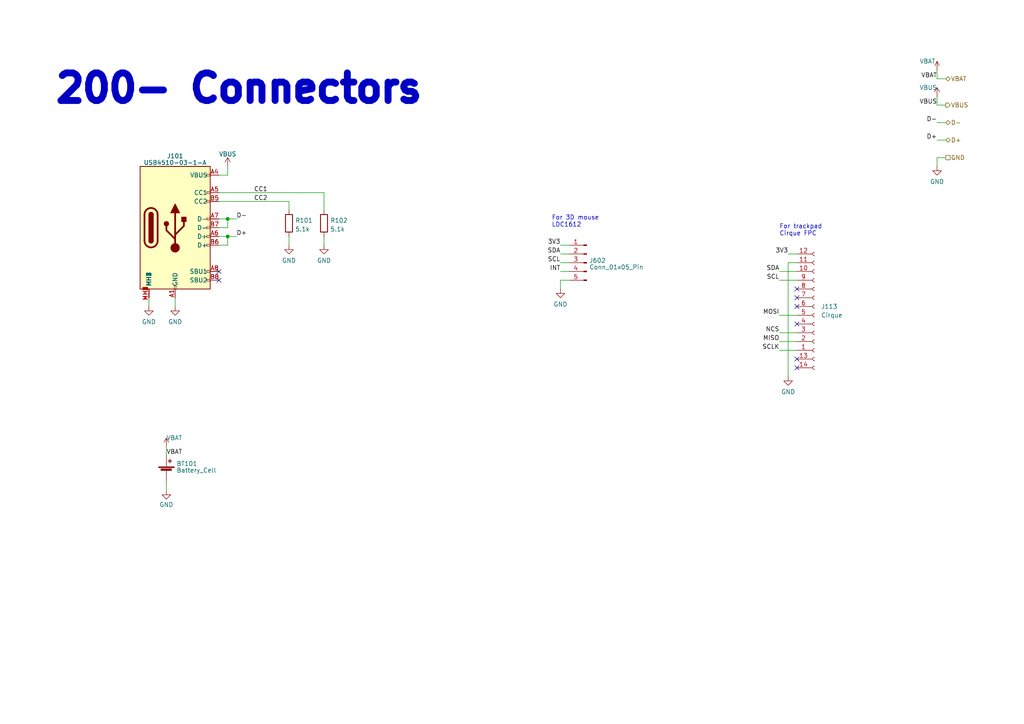
<source format=kicad_sch>
(kicad_sch (version 20230121) (generator eeschema)
  (paper "A4")
  (title_block (title "PMK_Keyboard") (date "2023-02-06") (rev "HW00") (company "PumaCorp") (comment 1 "Design by: NdG"))
  (lib_symbols
    (symbol "Component lib:R" (pin_numbers hide) (pin_names (offset 0))
      (property "Reference" "R" (at 2.032 -3.81 90))
      (property "Value" "R" (at 0 -3.81 90))
      (symbol "R_0_1"
        (rectangle (start -1.016 -6.35) (end 1.016 -1.27) (stroke (width 0.254)))
      )
      (symbol "R_1_1"
        (pin passive line (at 0 0 270) (length 1.27) (name "~") (number "1"))
        (pin passive line (at 0 -7.62 90) (length 1.27) (name "~") (number "2"))
      )
    )
    (symbol "Component_lib:USB4510-03-1-A" (pin_names (offset 0.762))
      (property "Reference" "J" (at 0 5.08 0))
      (property "Value" "USB4510-03-1-A" (at 0 2.54 0))
      (symbol "USB4510-03-1-A_0_0"
        (rectangle (start 9.906 -35.56) (end 10.414 -34.544))
        (rectangle (start 20.32 -32.766) (end 19.304 -33.274))
        (rectangle (start 20.32 -30.226) (end 19.304 -30.734))
        (rectangle (start 20.32 -22.606) (end 19.304 -23.114))
        (rectangle (start 20.32 -20.066) (end 19.304 -20.574))
        (rectangle (start 20.32 -17.526) (end 19.304 -18.034))
        (rectangle (start 20.32 -14.986) (end 19.304 -15.494))
        (rectangle (start 20.32 -9.906) (end 19.304 -10.414))
        (rectangle (start 20.32 -7.366) (end 19.304 -7.874))
        (rectangle (start 20.32 -2.286) (end 19.304 -2.794))
        (pin passive line (at 2.54 -38.1 90) (length 2.54) (name "MH1") (number "MH1"))
        (pin passive line (at 2.54 -38.1 90) (length 2.54) (name "MH2") (number "MH2"))
        (pin passive line (at 2.54 -38.1 90) (length 2.54) (name "MH3") (number "MH3"))
        (pin passive line (at 2.54 -38.1 90) (length 2.54) (name "MH4") (number "MH4"))
      )
      (symbol "USB4510-03-1-A_0_1"
        (polyline (pts (xy 1.27 -21.59) (xy 1.27 -13.97)) (stroke (width 0.508)))
        (polyline (pts (xy 5.08 -13.97) (xy 5.08 -21.59)) (stroke (width 0.508)))
        (polyline (pts (xy 10.16 -23.622) (xy 10.16 -13.462)) (stroke (width 0.508)))
        (polyline (pts (xy 10.16 -21.082) (xy 7.62 -18.542) (xy 7.62 -17.272)) (stroke (width 0.508)))
        (polyline (pts (xy 10.16 -19.812) (xy 12.7 -17.272) (xy 12.7 -16.002)) (stroke (width 0.508)))
        (polyline (pts (xy 8.89 -13.462) (xy 10.16 -10.922) (xy 11.43 -13.462) (xy 8.89 -13.462)) (stroke (width 0.254)) (fill (type outline)))
        (rectangle (start 0 0) (end 20.32 -35.56) (stroke (width 0.254)) (fill (type background)))
        (arc (start 1.27 -21.59) (mid 3.175 -23.4867) (end 5.08 -21.59) (stroke (width 0.508)))
        (arc (start 2.54 -21.59) (mid 3.175 -22.2223) (end 3.81 -21.59) (stroke (width 0.254)))
        (arc (start 2.54 -21.59) (mid 3.175 -22.2223) (end 3.81 -21.59) (stroke (width 0.254)) (fill (type outline)))
        (rectangle (start 2.54 -21.59) (end 3.81 -13.97) (stroke (width 0.254)) (fill (type outline)))
        (arc (start 3.81 -13.97) (mid 3.175 -13.3377) (end 2.54 -13.97) (stroke (width 0.254)))
        (arc (start 3.81 -13.97) (mid 3.175 -13.3377) (end 2.54 -13.97) (stroke (width 0.254)) (fill (type outline)))
        (arc (start 5.08 -13.97) (mid 3.175 -12.0733) (end 1.27 -13.97) (stroke (width 0.508)))
        (circle (center 7.62 -16.637) (radius 0.635) (stroke (width 0.254)) (fill (type outline)))
        (circle (center 10.16 -23.622) (radius 1.27) (fill (type outline)))
        (rectangle (start 12.065 -16.002) (end 13.335 -14.732) (stroke (width 0.254)) (fill (type outline)))
      )
      (symbol "USB4510-03-1-A_1_1"
        (pin passive line (at 10.16 -38.1 90) (length 2.54) (name "GND") (number "A1"))
        (pin passive line (at 10.16 -38.1 90) (length 2.54) hide (name "GND") (number "A12"))
        (pin passive line (at 22.86 -2.54 180) (length 2.54) (name "VBUS") (number "A4"))
        (pin bidirectional line (at 22.86 -7.62 180) (length 2.54) (name "CC1") (number "A5"))
        (pin bidirectional line (at 22.86 -20.32 180) (length 2.54) (name "D+") (number "A6"))
        (pin bidirectional line (at 22.86 -15.24 180) (length 2.54) (name "D-") (number "A7"))
        (pin bidirectional line (at 22.86 -30.48 180) (length 2.54) (name "SBU1") (number "A8"))
        (pin passive line (at 22.86 -2.54 180) (length 2.54) hide (name "VBUS") (number "A9"))
        (pin passive line (at 10.16 -38.1 90) (length 2.54) hide (name "GND") (number "B1"))
        (pin passive line (at 10.16 -38.1 90) (length 2.54) hide (name "GND") (number "B12"))
        (pin passive line (at 22.86 -2.54 180) (length 2.54) hide (name "VBUS") (number "B4"))
        (pin bidirectional line (at 22.86 -10.16 180) (length 2.54) (name "CC2") (number "B5"))
        (pin bidirectional line (at 22.86 -22.86 180) (length 2.54) (name "D+") (number "B6"))
        (pin bidirectional line (at 22.86 -17.78 180) (length 2.54) (name "D-") (number "B7"))
        (pin bidirectional line (at 22.86 -33.02 180) (length 2.54) (name "SBU2") (number "B8"))
        (pin passive line (at 22.86 -2.54 180) (length 2.54) hide (name "VBUS") (number "B9"))
      )
    )
    (symbol "Component_lib:VBAT" (power) (pin_numbers hide) (in_bom no) (on_board no)
      (property "Value" "VBAT" (at 0 3.81 0))
      (symbol "VBAT_0_0"
        (pin passive line (at 0 0 90) (length 2.54) hide (name "") (number ""))
      )
      (symbol "VBAT_0_1"
        (polyline (pts (xy 0 0) (xy 0 2.54) (xy 0.635 1.27) (xy 0 2.54) (xy -0.635 1.27)) (stroke (width 0.1524)))
      )
    )
    (symbol "Connector:Conn_01x05_Pin" (pin_names (offset 1.016) hide)
      (property "Reference" "J" (at 0 7.62 0))
      (property "Value" "Conn_01x05_Pin" (at 0 -7.62 0))
      (symbol "Conn_01x05_Pin_1_1"
        (polyline (pts (xy 1.27 -5.08) (xy 0.8636 -5.08)) (stroke (width 0.1524)))
        (polyline (pts (xy 1.27 -2.54) (xy 0.8636 -2.54)) (stroke (width 0.1524)))
        (polyline (pts (xy 1.27 0) (xy 0.8636 0)) (stroke (width 0.1524)))
        (polyline (pts (xy 1.27 2.54) (xy 0.8636 2.54)) (stroke (width 0.1524)))
        (polyline (pts (xy 1.27 5.08) (xy 0.8636 5.08)) (stroke (width 0.1524)))
        (rectangle (start 0.8636 -4.953) (end 0 -5.207) (stroke (width 0.1524)) (fill (type outline)))
        (rectangle (start 0.8636 -2.413) (end 0 -2.667) (stroke (width 0.1524)) (fill (type outline)))
        (rectangle (start 0.8636 0.127) (end 0 -0.127) (stroke (width 0.1524)) (fill (type outline)))
        (rectangle (start 0.8636 2.667) (end 0 2.413) (stroke (width 0.1524)) (fill (type outline)))
        (rectangle (start 0.8636 5.207) (end 0 4.953) (stroke (width 0.1524)) (fill (type outline)))
        (pin passive line (at 5.08 5.08 180) (length 3.81) (name "Pin_1") (number "1"))
        (pin passive line (at 5.08 2.54 180) (length 3.81) (name "Pin_2") (number "2"))
        (pin passive line (at 5.08 0 180) (length 3.81) (name "Pin_3") (number "3"))
        (pin passive line (at 5.08 -2.54 180) (length 3.81) (name "Pin_4") (number "4"))
        (pin passive line (at 5.08 -5.08 180) (length 3.81) (name "Pin_5") (number "5"))
      )
    )
    (symbol "Connector:Conn_01x14_Female" (pin_names (offset 1.016) hide)
      (property "Reference" "J113" (at 1.905 0.0001 0))
      (property "Value" "Cirque" (at 1.905 -2.5399 0))
      (symbol "Conn_01x14_Female_1_1"
        (arc (start 0 -17.272) (mid -0.5058 -17.78) (end 0 -18.288) (stroke (width 0.1524)))
        (arc (start 0 -14.732) (mid -0.5058 -15.24) (end 0 -15.748) (stroke (width 0.1524)))
        (arc (start 0 -12.192) (mid -0.5058 -12.7) (end 0 -13.208) (stroke (width 0.1524)))
        (arc (start 0 -9.652) (mid -0.5058 -10.16) (end 0 -10.668) (stroke (width 0.1524)))
        (arc (start 0 -7.112) (mid -0.5058 -7.62) (end 0 -8.128) (stroke (width 0.1524)))
        (arc (start 0 -4.572) (mid -0.5058 -5.08) (end 0 -5.588) (stroke (width 0.1524)))
        (arc (start 0 -2.032) (mid -0.5058 -2.54) (end 0 -3.048) (stroke (width 0.1524)))
        (polyline (pts (xy -1.27 -17.78) (xy -0.508 -17.78)) (stroke (width 0.1524)))
        (polyline (pts (xy -1.27 -15.24) (xy -0.508 -15.24)) (stroke (width 0.1524)))
        (polyline (pts (xy -1.27 -12.7) (xy -0.508 -12.7)) (stroke (width 0.1524)))
        (polyline (pts (xy -1.27 -10.16) (xy -0.508 -10.16)) (stroke (width 0.1524)))
        (polyline (pts (xy -1.27 -7.62) (xy -0.508 -7.62)) (stroke (width 0.1524)))
        (polyline (pts (xy -1.27 -5.08) (xy -0.508 -5.08)) (stroke (width 0.1524)))
        (polyline (pts (xy -1.27 -2.54) (xy -0.508 -2.54)) (stroke (width 0.1524)))
        (polyline (pts (xy -1.27 0) (xy -0.508 0)) (stroke (width 0.1524)))
        (polyline (pts (xy -1.27 2.54) (xy -0.508 2.54)) (stroke (width 0.1524)))
        (polyline (pts (xy -1.27 5.08) (xy -0.508 5.08)) (stroke (width 0.1524)))
        (polyline (pts (xy -1.27 7.62) (xy -0.508 7.62)) (stroke (width 0.1524)))
        (polyline (pts (xy -1.27 10.16) (xy -0.508 10.16)) (stroke (width 0.1524)))
        (polyline (pts (xy -1.27 12.7) (xy -0.508 12.7)) (stroke (width 0.1524)))
        (polyline (pts (xy -1.27 15.24) (xy -0.508 15.24)) (stroke (width 0.1524)))
        (arc (start 0 0.508) (mid -0.5058 0) (end 0 -0.508) (stroke (width 0.1524)))
        (arc (start 0 3.048) (mid -0.5058 2.54) (end 0 2.032) (stroke (width 0.1524)))
        (arc (start 0 5.588) (mid -0.5058 5.08) (end 0 4.572) (stroke (width 0.1524)))
        (arc (start 0 8.128) (mid -0.5058 7.62) (end 0 7.112) (stroke (width 0.1524)))
        (arc (start 0 10.668) (mid -0.5058 10.16) (end 0 9.652) (stroke (width 0.1524)))
        (arc (start 0 13.208) (mid -0.5058 12.7) (end 0 12.192) (stroke (width 0.1524)))
        (arc (start 0 15.748) (mid -0.5058 15.24) (end 0 14.732) (stroke (width 0.1524)))
        (pin passive line (at -5.08 -12.7 0) (length 3.81) (name "Pin_1") (number "1"))
        (pin passive line (at -5.08 10.16 0) (length 3.81) (name "Pin_10") (number "10"))
        (pin passive line (at -5.08 12.7 0) (length 3.81) (name "Pin_11") (number "11"))
        (pin passive line (at -5.08 15.24 0) (length 3.81) (name "Pin_12") (number "12"))
        (pin passive line (at -5.08 -15.24 0) (length 3.81) (name "Pin_13") (number "13"))
        (pin passive line (at -5.08 -17.78 0) (length 3.81) (name "Pin_14") (number "14"))
        (pin passive line (at -5.08 -10.16 0) (length 3.81) (name "Pin_2") (number "2"))
        (pin passive line (at -5.08 -7.62 0) (length 3.81) (name "Pin_3") (number "3"))
        (pin passive line (at -5.08 -5.08 0) (length 3.81) (name "Pin_4") (number "4"))
        (pin passive line (at -5.08 -2.54 0) (length 3.81) (name "Pin_5") (number "5"))
        (pin passive line (at -5.08 0 0) (length 3.81) (name "Pin_6") (number "6"))
        (pin passive line (at -5.08 2.54 0) (length 3.81) (name "Pin_7") (number "7"))
        (pin passive line (at -5.08 5.08 0) (length 3.81) (name "Pin_8") (number "8"))
        (pin passive line (at -5.08 7.62 0) (length 3.81) (name "Pin_9") (number "9"))
      )
    )
    (symbol "Device:Battery_Cell" (pin_numbers hide) (pin_names (offset 0) hide)
      (property "Reference" "BT" (at 2.54 2.54 0))
      (property "Value" "Battery_Cell" (at 2.54 0 0))
      (symbol "Battery_Cell_0_1"
        (rectangle (start -2.286 1.778) (end 2.286 1.524) (fill (type outline)))
        (rectangle (start -1.5748 1.1938) (end 1.4732 0.6858) (fill (type outline)))
        (polyline (pts (xy 0 0.762) (xy 0 0)))
        (polyline (pts (xy 0 1.778) (xy 0 2.54)))
        (polyline (pts (xy 0.508 3.429) (xy 1.524 3.429)) (stroke (width 0.254)))
        (polyline (pts (xy 1.016 3.937) (xy 1.016 2.921)) (stroke (width 0.254)))
      )
      (symbol "Battery_Cell_1_1"
        (pin passive line (at 0 5.08 270) (length 2.54) (name "+") (number "1"))
        (pin passive line (at 0 -2.54 90) (length 2.54) (name "-") (number "2"))
      )
    )
    (symbol "GND_1" (power) (pin_names (offset 0))
      (property "Value" "GND_1" (at 0 -3.81 0))
      (symbol "GND_1_0_1"
        (polyline (pts (xy 0 0) (xy 0 -1.27) (xy 1.27 -1.27) (xy 0 -2.54) (xy -1.27 -1.27) (xy 0 -1.27)))
      )
      (symbol "GND_1_1_1"
        (pin power_in line (at 0 0 270) (length 0) hide (name "GND") (number "1"))
      )
    )
    (symbol "power:GND" (power) (pin_names (offset 0))
      (property "Value" "GND" (at 0 -3.81 0))
      (symbol "GND_0_1"
        (polyline (pts (xy 0 0) (xy 0 -1.27) (xy 1.27 -1.27) (xy 0 -2.54) (xy -1.27 -1.27) (xy 0 -1.27)))
      )
      (symbol "GND_1_1"
        (pin power_in line (at 0 0 270) (length 0) hide (name "GND") (number "1"))
      )
    )
    (symbol "power:VBUS" (power) (pin_names (offset 0))
      (property "Value" "VBUS" (at 0 3.81 0))
      (symbol "VBUS_0_1"
        (polyline (pts (xy -0.762 1.27) (xy 0 2.54)))
        (polyline (pts (xy 0 0) (xy 0 2.54)))
        (polyline (pts (xy 0 2.54) (xy 0.762 1.27)))
      )
      (symbol "VBUS_1_1"
        (pin power_in line (at 0 0 90) (length 0) hide (name "VBUS") (number "1"))
      )
    )
  )
  (junction (at 66.04 68.58))
  (junction (at 66.04 63.5))
  (no_connect (at 231.14 86.36))
  (no_connect (at 63.5 81.28))
  (no_connect (at 63.5 78.74))
  (no_connect (at 231.14 106.68))
  (no_connect (at 231.14 83.82))
  (no_connect (at 231.14 88.9))
  (no_connect (at 231.14 93.98))
  (no_connect (at 231.14 104.14))
  (wire (pts (xy 271.78 20.32) (xy 271.78 22.86)))
  (wire (pts (xy 228.6 73.66) (xy 231.14 73.66)))
  (wire (pts (xy 63.5 58.42) (xy 83.82 58.42)))
  (wire (pts (xy 66.04 63.5) (xy 63.5 63.5)))
  (wire (pts (xy 66.04 63.5) (xy 68.58 63.5)))
  (wire (pts (xy 228.6 76.2) (xy 231.14 76.2)))
  (wire (pts (xy 226.06 81.28) (xy 231.14 81.28)))
  (wire (pts (xy 271.78 27.94) (xy 271.78 30.48)))
  (wire (pts (xy 271.78 30.48) (xy 274.32 30.48)))
  (wire (pts (xy 83.82 68.58) (xy 83.82 71.12)))
  (wire (pts (xy 271.78 48.26) (xy 271.78 45.72)))
  (wire (pts (xy 271.78 40.64) (xy 274.32 40.64)))
  (wire (pts (xy 226.06 96.52) (xy 231.14 96.52)))
  (wire (pts (xy 271.78 22.86) (xy 274.32 22.86)))
  (wire (pts (xy 162.56 73.66) (xy 165.1 73.66)))
  (wire (pts (xy 93.98 55.88) (xy 93.98 60.96)))
  (wire (pts (xy 66.04 68.58) (xy 68.58 68.58)))
  (wire (pts (xy 162.56 71.12) (xy 165.1 71.12)))
  (wire (pts (xy 63.5 68.58) (xy 66.04 68.58)))
  (wire (pts (xy 162.56 78.74) (xy 165.1 78.74)))
  (wire (pts (xy 63.5 55.88) (xy 93.98 55.88)))
  (wire (pts (xy 66.04 71.12) (xy 63.5 71.12)))
  (wire (pts (xy 162.56 76.2) (xy 165.1 76.2)))
  (wire (pts (xy 271.78 45.72) (xy 274.32 45.72)))
  (wire (pts (xy 48.26 139.7) (xy 48.26 142.24)))
  (wire (pts (xy 43.18 86.36) (xy 43.18 88.9)))
  (wire (pts (xy 162.56 83.82) (xy 162.56 81.28)))
  (wire (pts (xy 162.56 81.28) (xy 165.1 81.28)))
  (wire (pts (xy 63.5 66.04) (xy 66.04 66.04)))
  (wire (pts (xy 226.06 101.6) (xy 231.14 101.6)))
  (wire (pts (xy 48.26 129.54) (xy 48.26 132.08)))
  (wire (pts (xy 66.04 68.58) (xy 66.04 71.12)))
  (wire (pts (xy 93.98 68.58) (xy 93.98 71.12)))
  (wire (pts (xy 66.04 66.04) (xy 66.04 63.5)))
  (wire (pts (xy 66.04 50.8) (xy 63.5 50.8)))
  (wire (pts (xy 83.82 60.96) (xy 83.82 58.42)))
  (wire (pts (xy 226.06 91.44) (xy 231.14 91.44)))
  (wire (pts (xy 228.6 76.2) (xy 228.6 109.22)))
  (wire (pts (xy 226.06 78.74) (xy 231.14 78.74)))
  (wire (pts (xy 50.8 86.36) (xy 50.8 88.9)))
  (wire (pts (xy 226.06 99.06) (xy 231.14 99.06)))
  (wire (pts (xy 271.78 35.56) (xy 274.32 35.56)))
  (wire (pts (xy 66.04 48.26) (xy 66.04 50.8)))
  (text "200- Connectors" (at 15.24 30.48 0) (effects (font (size 8 8) (thickness 3) bold) (justify left bottom)))
  (text "For trackpad\nCirque FPC" (at 226.06 68.58 0) (effects (font (size 1.27 1.27)) (justify left bottom)))
  (text "For 3D mouse\nLDC1612" (at 160.02 66.04 0) (effects (font (size 1.27 1.27)) (justify left bottom)))
  (label "INT" (at 162.56 78.74 180))
  (label "VBAT" (at 271.78 22.86 180))
  (label "D-" (at 68.58 63.5 0))
  (label "VBUS" (at 271.78 30.48 180))
  (label "D+" (at 68.58 68.58 0))
  (label "3V3" (at 162.56 71.12 180))
  (label "3V3" (at 228.6 73.66 180))
  (label "SCL" (at 162.56 76.2 180))
  (label "SCL" (at 226.06 81.28 180))
  (label "CC2" (at 73.66 58.42 0))
  (label "D+" (at 271.78 40.64 180))
  (label "MOSI" (at 226.06 91.44 180))
  (label "SDA" (at 226.06 78.74 180))
  (label "SDA" (at 162.56 73.66 180))
  (label "NCS" (at 226.06 96.52 180))
  (label "SCLK" (at 226.06 101.6 180))
  (label "D-" (at 271.78 35.56 180))
  (label "CC1" (at 73.66 55.88 0))
  (label "MISO" (at 226.06 99.06 180))
  (label "VBAT" (at 48.26 132.08 0))
  (hierarchical_label "VBAT" (shape bidirectional) (at 274.32 22.86 0))
  (hierarchical_label "D+" (shape bidirectional) (at 274.32 40.64 0))
  (hierarchical_label "GND" (shape passive) (at 274.32 45.72 0))
  (hierarchical_label "VBUS" (shape output) (at 274.32 30.48 0))
  (hierarchical_label "D-" (shape bidirectional) (at 274.32 35.56 0))
  (symbol (lib_id "Device:Battery_Cell") (at 48.26 137.16 0) (unit 1)
    (property "Reference" "BT101" (at 51.181 134.4843 0) (effects (justify left)))
    (property "Value" "Battery_Cell" (at 51.181 136.4053 0) (effects (justify left)))
    (property "Footprint" "Component_lib:BatteryHolder_Keystone_1042_1x18650_DUALSIDE" (effects hide))
    (instances (project "PMK_Keyboard_HW01" (path "" (reference "BT101") (unit 1)) (path "" (reference "BT601") (unit 1))))
  )
  (symbol (lib_id "Component lib:R") (at 83.82 60.96 0) (unit 1)
    (property "Reference" "R101" (at 85.598 63.9353 0) (effects (justify left)))
    (property "Value" "5.1k" (at 85.598 66.4722 0) (effects (justify left)))
    (property "Footprint" "Resistor_SMD:R_0201_0603Metric" (effects hide))
    (instances (project "PMK_Keyboard_HW01" (path "" (reference "R101") (unit 1)) (path "" (reference "R601") (unit 1))))
  )
  (symbol (lib_id "power:GND") (at 43.18 88.9 0) (unit 1)
    (property "Reference" "#PWR0106" (effects hide))
    (property "Value" "GND" (at 43.18 93.3434 0))
    (instances (project "PMK_Keyboard_HW01" (path "" (reference "#PWR0106") (unit 1)) (path "" (reference "#PWR0689") (unit 1))))
  )
  (symbol (lib_id "power:GND") (at 83.82 71.12 0) (unit 1)
    (property "Reference" "#PWR0104" (effects hide))
    (property "Value" "GND" (at 83.82 75.5634 0))
    (instances (project "PMK_Keyboard_HW01" (path "" (reference "#PWR0104") (unit 1)) (path "" (reference "#PWR0687") (unit 1))))
  )
  (symbol (lib_id "Component_lib:VBAT") (at 271.78 20.32 0) (unit 1) (in_bom no) (on_board no)
    (property "Reference" "#VBAT0102" (effects hide))
    (property "Value" "VBAT" (at 266.7 17.78 0) (effects (justify left)))
    (instances (project "PMK_Keyboard_HW01" (path "" (reference "#VBAT0102") (unit 1)) (path "" (reference "#VBAT0601") (unit 1))))
  )
  (symbol (lib_id "power:VBUS") (at 271.78 27.94 0) (unit 1)
    (property "Reference" "#PWR0101" (effects hide))
    (property "Value" "VBUS" (at 269.24 25.4 0))
    (instances (project "PMK_Keyboard_HW01" (path "" (reference "#PWR0101") (unit 1)) (path "" (reference "#PWR0683") (unit 1))))
  )
  (symbol (lib_id "power:GND") (at 162.56 83.82 0) (unit 1)
    (property "Reference" "#PWR0683" (effects hide))
    (property "Value" "GND" (at 162.56 88.2634 0))
    (instances (project "PMK_Keyboard_HW01" (path "" (reference "#PWR0683") (unit 1)) (path "" (reference "#PWR0688") (unit 1))))
  )
  (symbol (lib_id "power:GND") (at 50.8 88.9 0) (unit 1)
    (property "Reference" "#PWR0107" (effects hide))
    (property "Value" "GND" (at 50.8 93.3434 0))
    (instances (project "PMK_Keyboard_HW01" (path "" (reference "#PWR0107") (unit 1)) (path "" (reference "#PWR0690") (unit 1))))
  )
  (symbol (lib_id "power:GND") (at 271.78 48.26 0) (unit 1)
    (property "Reference" "#PWR0118" (effects hide))
    (property "Value" "GND" (at 271.78 52.7034 0))
    (instances (project "PMK_Keyboard_HW01" (path "" (reference "#PWR0118") (unit 1)) (path "" (reference "#PWR0686") (unit 1))))
  )
  (symbol (lib_id "Connector:Conn_01x14_Female") (at 236.22 88.9 0) (unit 1)
    (property "Reference" "J113" (at 238.125 88.8999 0) (effects (justify left)))
    (property "Value" "Cirque" (at 238.125 91.4399 0) (effects (justify left)))
    (property "Footprint" "Component_lib:Cirque trackpad" (effects hide))
    (instances (project "dilemma" (path "" (reference "J113") (unit 1))) (project "PMK_Keyboard_HW01" (path "" (reference "J601") (unit 1))))
  )
  (symbol (lib_id "power:GND") (at 93.98 71.12 0) (unit 1)
    (property "Reference" "#PWR0105" (effects hide))
    (property "Value" "GND" (at 93.98 75.5634 0))
    (instances (project "PMK_Keyboard_HW01" (path "" (reference "#PWR0105") (unit 1)) (path "" (reference "#PWR0688") (unit 1))))
  )
  (symbol (lib_id "Component lib:R") (at 93.98 60.96 0) (unit 1)
    (property "Reference" "R102" (at 95.758 63.9353 0) (effects (justify left)))
    (property "Value" "5.1k" (at 95.758 66.4722 0) (effects (justify left)))
    (property "Footprint" "Resistor_SMD:R_0201_0603Metric" (effects hide))
    (instances (project "PMK_Keyboard_HW01" (path "" (reference "R102") (unit 1)) (path "" (reference "R602") (unit 1))))
  )
  (symbol (lib_id "power:GND") (at 228.6 109.22 0) (unit 1)
    (property "Reference" "#PWR0688" (effects hide))
    (property "Value" "GND" (at 228.6 113.6634 0))
  )
  (symbol (lib_id "Component_lib:USB4510-03-1-A") (at 40.64 48.26 0) (unit 1)
    (property "Reference" "J101" (at 50.8 45.2501 0))
    (property "Value" "USB4510-03-1-A" (at 50.8 47.1711 0))
    (property "Footprint" "Component_lib:USB4510031A" (effects hide))
    (property "Datasheet" "https://gct.co/files/drawings/usb4510.pdf" (effects hide))
    (property "Description" "USB Connectors USB C Rec 16P 3u\" Mid Mnt 1.6mm O-set SMT L = 6.5mm S-Spring" (effects hide))
    (property "Height" "3.36" (effects hide))
    (property "Mouser Part Number" "640-USB4510031A" (effects hide))
    (property "Mouser Price/Stock" "https://www.mouser.co.uk/ProductDetail/GCT/USB4510-03-1-A?qs=7D1LtPJG0i3iod3O3OZ7LA%3D%3D" (effects hide))
    (property "Manufacturer_Name" "GCT (GLOBAL CONNECTOR TECHNOLOGY)" (effects hide))
    (property "Manufacturer_Part_Number" "USB4510-03-1-A" (effects hide))
    (instances (project "PMK_Keyboard_HW01" (path "" (reference "J101") (unit 1)) (path "" (reference "J602") (unit 1))))
  )
  (symbol (lib_id "power:VBUS") (at 66.04 48.26 0) (unit 1)
    (property "Reference" "#PWR0103" (effects hide))
    (property "Value" "VBUS" (at 66.04 44.6842 0))
    (instances (project "PMK_Keyboard_HW01" (path "" (reference "#PWR0103") (unit 1)) (path "" (reference "#PWR0684") (unit 1))))
  )
  (symbol (lib_id "Component_lib:VBAT") (at 48.26 129.54 0) (unit 1) (in_bom no) (on_board no)
    (property "Reference" "#VBAT0602" (effects hide))
    (property "Value" "VBAT" (at 48.26 127 0) (effects (justify left)))
    (instances (project "PMK_Keyboard_HW01" (path "" (reference "#VBAT0602") (unit 1)) (path "" (reference "#VBAT0603") (unit 1))))
  )
  (symbol (lib_name "GND_1") (lib_id "power:GND") (at 48.26 142.24 0) (unit 1)
    (property "Reference" "#PWR0685" (effects hide))
    (property "Value" "GND" (at 48.26 146.3755 0))
    (instances (project "PMK_Keyboard_HW01" (path "" (reference "#PWR0685") (unit 1)) (path "" (reference "#PWR0691") (unit 1))))
  )
  (symbol (lib_id "Connector:Conn_01x05_Pin") (at 170.18 76.2 0) (mirror y) (unit 1)
    (property "Reference" "J602" (at 170.8912 75.5563 0) (effects (justify right)))
    (property "Value" "Conn_01x05_Pin" (at 170.8912 77.4773 0) (effects (justify right)))
  )
)
</source>
